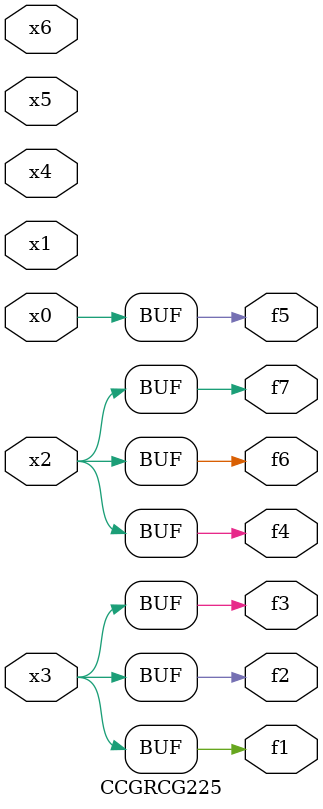
<source format=v>
module CCGRCG225(
	input x0, x1, x2, x3, x4, x5, x6,
	output f1, f2, f3, f4, f5, f6, f7
);
	assign f1 = x3;
	assign f2 = x3;
	assign f3 = x3;
	assign f4 = x2;
	assign f5 = x0;
	assign f6 = x2;
	assign f7 = x2;
endmodule

</source>
